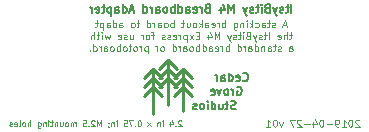
<source format=gbo>
G04 #@! TF.GenerationSoftware,KiCad,Pcbnew,(5.0.0-rc2-dev-444-g2974a2c10)*
G04 #@! TF.CreationDate,2019-04-27T15:19:08-07:00*
G04 #@! TF.ProjectId,ItsyBitsy breadboad,49747379426974737920627265616462,v01*
G04 #@! TF.SameCoordinates,Original*
G04 #@! TF.FileFunction,Legend,Bot*
G04 #@! TF.FilePolarity,Positive*
%FSLAX46Y46*%
G04 Gerber Fmt 4.6, Leading zero omitted, Abs format (unit mm)*
G04 Created by KiCad (PCBNEW (5.0.0-rc2-dev-444-g2974a2c10)) date 04/27/19 15:19:08*
%MOMM*%
%LPD*%
G01*
G04 APERTURE LIST*
%ADD10C,0.250000*%
%ADD11C,0.140000*%
%ADD12C,0.100000*%
G04 APERTURE END LIST*
D10*
X125984000Y-109067600D02*
X125222000Y-109829600D01*
X125984000Y-109829600D02*
X126746000Y-110591600D01*
X125984000Y-108305600D02*
X126746000Y-109067600D01*
X125984000Y-109067600D02*
X126746000Y-109829600D01*
X125984000Y-109829600D02*
X125222000Y-110591600D01*
X125984000Y-112115600D02*
X125984000Y-108305600D01*
X125984000Y-108305600D02*
X125222000Y-109067600D01*
X124714000Y-110591600D02*
X125476000Y-111353600D01*
X124714000Y-109829600D02*
X125476000Y-110591600D01*
X124714000Y-112877600D02*
X124714000Y-109067600D01*
X124714000Y-109067600D02*
X123952000Y-109829600D01*
X124714000Y-109829600D02*
X123952000Y-110591600D01*
X124714000Y-110591600D02*
X123952000Y-111353600D01*
X124714000Y-109067600D02*
X125476000Y-109829600D01*
X127254000Y-109067600D02*
X126492000Y-109829600D01*
X127254000Y-109829600D02*
X126492000Y-110591600D01*
X127254000Y-110591600D02*
X126492000Y-111353600D01*
X127254000Y-110591600D02*
X128016000Y-111353600D01*
X127254000Y-109829600D02*
X128016000Y-110591600D01*
X127254000Y-109067600D02*
X128016000Y-109829600D01*
X127254000Y-112623600D02*
X127254000Y-109067600D01*
D11*
X132336733Y-109981800D02*
X132370066Y-110015133D01*
X132470066Y-110048466D01*
X132536733Y-110048466D01*
X132636733Y-110015133D01*
X132703400Y-109948466D01*
X132736733Y-109881800D01*
X132770066Y-109748466D01*
X132770066Y-109648466D01*
X132736733Y-109515133D01*
X132703400Y-109448466D01*
X132636733Y-109381800D01*
X132536733Y-109348466D01*
X132470066Y-109348466D01*
X132370066Y-109381800D01*
X132336733Y-109415133D01*
X131770066Y-110015133D02*
X131836733Y-110048466D01*
X131970066Y-110048466D01*
X132036733Y-110015133D01*
X132070066Y-109948466D01*
X132070066Y-109681800D01*
X132036733Y-109615133D01*
X131970066Y-109581800D01*
X131836733Y-109581800D01*
X131770066Y-109615133D01*
X131736733Y-109681800D01*
X131736733Y-109748466D01*
X132070066Y-109815133D01*
X131136733Y-110048466D02*
X131136733Y-109348466D01*
X131136733Y-110015133D02*
X131203400Y-110048466D01*
X131336733Y-110048466D01*
X131403400Y-110015133D01*
X131436733Y-109981800D01*
X131470066Y-109915133D01*
X131470066Y-109715133D01*
X131436733Y-109648466D01*
X131403400Y-109615133D01*
X131336733Y-109581800D01*
X131203400Y-109581800D01*
X131136733Y-109615133D01*
X130503400Y-110048466D02*
X130503400Y-109681800D01*
X130536733Y-109615133D01*
X130603400Y-109581800D01*
X130736733Y-109581800D01*
X130803400Y-109615133D01*
X130503400Y-110015133D02*
X130570066Y-110048466D01*
X130736733Y-110048466D01*
X130803400Y-110015133D01*
X130836733Y-109948466D01*
X130836733Y-109881800D01*
X130803400Y-109815133D01*
X130736733Y-109781800D01*
X130570066Y-109781800D01*
X130503400Y-109748466D01*
X130170066Y-110048466D02*
X130170066Y-109581800D01*
X130170066Y-109715133D02*
X130136733Y-109648466D01*
X130103400Y-109615133D01*
X130036733Y-109581800D01*
X129970066Y-109581800D01*
X131836733Y-110571800D02*
X131903400Y-110538466D01*
X132003400Y-110538466D01*
X132103400Y-110571800D01*
X132170066Y-110638466D01*
X132203400Y-110705133D01*
X132236733Y-110838466D01*
X132236733Y-110938466D01*
X132203400Y-111071800D01*
X132170066Y-111138466D01*
X132103400Y-111205133D01*
X132003400Y-111238466D01*
X131936733Y-111238466D01*
X131836733Y-111205133D01*
X131803400Y-111171800D01*
X131803400Y-110938466D01*
X131936733Y-110938466D01*
X131503400Y-111238466D02*
X131503400Y-110771800D01*
X131503400Y-110905133D02*
X131470066Y-110838466D01*
X131436733Y-110805133D01*
X131370066Y-110771800D01*
X131303400Y-110771800D01*
X130970066Y-111238466D02*
X131036733Y-111205133D01*
X131070066Y-111171800D01*
X131103400Y-111105133D01*
X131103400Y-110905133D01*
X131070066Y-110838466D01*
X131036733Y-110805133D01*
X130970066Y-110771800D01*
X130870066Y-110771800D01*
X130803400Y-110805133D01*
X130770066Y-110838466D01*
X130736733Y-110905133D01*
X130736733Y-111105133D01*
X130770066Y-111171800D01*
X130803400Y-111205133D01*
X130870066Y-111238466D01*
X130970066Y-111238466D01*
X130503400Y-110771800D02*
X130336733Y-111238466D01*
X130170066Y-110771800D01*
X129636733Y-111205133D02*
X129703400Y-111238466D01*
X129836733Y-111238466D01*
X129903400Y-111205133D01*
X129936733Y-111138466D01*
X129936733Y-110871800D01*
X129903400Y-110805133D01*
X129836733Y-110771800D01*
X129703400Y-110771800D01*
X129636733Y-110805133D01*
X129603400Y-110871800D01*
X129603400Y-110938466D01*
X129936733Y-111005133D01*
X131703400Y-112395133D02*
X131603400Y-112428466D01*
X131436733Y-112428466D01*
X131370066Y-112395133D01*
X131336733Y-112361800D01*
X131303400Y-112295133D01*
X131303400Y-112228466D01*
X131336733Y-112161800D01*
X131370066Y-112128466D01*
X131436733Y-112095133D01*
X131570066Y-112061800D01*
X131636733Y-112028466D01*
X131670066Y-111995133D01*
X131703400Y-111928466D01*
X131703400Y-111861800D01*
X131670066Y-111795133D01*
X131636733Y-111761800D01*
X131570066Y-111728466D01*
X131403400Y-111728466D01*
X131303400Y-111761800D01*
X131103400Y-111961800D02*
X130836733Y-111961800D01*
X131003400Y-111728466D02*
X131003400Y-112328466D01*
X130970066Y-112395133D01*
X130903400Y-112428466D01*
X130836733Y-112428466D01*
X130303400Y-111961800D02*
X130303400Y-112428466D01*
X130603400Y-111961800D02*
X130603400Y-112328466D01*
X130570066Y-112395133D01*
X130503400Y-112428466D01*
X130403400Y-112428466D01*
X130336733Y-112395133D01*
X130303400Y-112361800D01*
X129670066Y-112428466D02*
X129670066Y-111728466D01*
X129670066Y-112395133D02*
X129736733Y-112428466D01*
X129870066Y-112428466D01*
X129936733Y-112395133D01*
X129970066Y-112361800D01*
X130003400Y-112295133D01*
X130003400Y-112095133D01*
X129970066Y-112028466D01*
X129936733Y-111995133D01*
X129870066Y-111961800D01*
X129736733Y-111961800D01*
X129670066Y-111995133D01*
X129336733Y-112428466D02*
X129336733Y-111961800D01*
X129336733Y-111728466D02*
X129370066Y-111761800D01*
X129336733Y-111795133D01*
X129303400Y-111761800D01*
X129336733Y-111728466D01*
X129336733Y-111795133D01*
X128903400Y-112428466D02*
X128970066Y-112395133D01*
X129003400Y-112361800D01*
X129036733Y-112295133D01*
X129036733Y-112095133D01*
X129003400Y-112028466D01*
X128970066Y-111995133D01*
X128903400Y-111961800D01*
X128803400Y-111961800D01*
X128736733Y-111995133D01*
X128703400Y-112028466D01*
X128670066Y-112095133D01*
X128670066Y-112295133D01*
X128703400Y-112361800D01*
X128736733Y-112395133D01*
X128803400Y-112428466D01*
X128903400Y-112428466D01*
X128403400Y-112395133D02*
X128336733Y-112428466D01*
X128203400Y-112428466D01*
X128136733Y-112395133D01*
X128103400Y-112328466D01*
X128103400Y-112295133D01*
X128136733Y-112228466D01*
X128203400Y-112195133D01*
X128303400Y-112195133D01*
X128370066Y-112161800D01*
X128403400Y-112095133D01*
X128403400Y-112061800D01*
X128370066Y-111995133D01*
X128303400Y-111961800D01*
X128203400Y-111961800D01*
X128136733Y-111995133D01*
X136439800Y-104278866D02*
X136439800Y-103578866D01*
X136206466Y-103812200D02*
X135939800Y-103812200D01*
X136106466Y-103578866D02*
X136106466Y-104178866D01*
X136073133Y-104245533D01*
X136006466Y-104278866D01*
X135939800Y-104278866D01*
X135739800Y-104245533D02*
X135673133Y-104278866D01*
X135539800Y-104278866D01*
X135473133Y-104245533D01*
X135439800Y-104178866D01*
X135439800Y-104145533D01*
X135473133Y-104078866D01*
X135539800Y-104045533D01*
X135639800Y-104045533D01*
X135706466Y-104012200D01*
X135739800Y-103945533D01*
X135739800Y-103912200D01*
X135706466Y-103845533D01*
X135639800Y-103812200D01*
X135539800Y-103812200D01*
X135473133Y-103845533D01*
X135206466Y-103812200D02*
X135039800Y-104278866D01*
X134873133Y-103812200D02*
X135039800Y-104278866D01*
X135106466Y-104445533D01*
X135139800Y-104478866D01*
X135206466Y-104512200D01*
X134373133Y-103912200D02*
X134273133Y-103945533D01*
X134239800Y-103978866D01*
X134206466Y-104045533D01*
X134206466Y-104145533D01*
X134239800Y-104212200D01*
X134273133Y-104245533D01*
X134339800Y-104278866D01*
X134606466Y-104278866D01*
X134606466Y-103578866D01*
X134373133Y-103578866D01*
X134306466Y-103612200D01*
X134273133Y-103645533D01*
X134239800Y-103712200D01*
X134239800Y-103778866D01*
X134273133Y-103845533D01*
X134306466Y-103878866D01*
X134373133Y-103912200D01*
X134606466Y-103912200D01*
X133906466Y-104278866D02*
X133906466Y-103812200D01*
X133906466Y-103578866D02*
X133939800Y-103612200D01*
X133906466Y-103645533D01*
X133873133Y-103612200D01*
X133906466Y-103578866D01*
X133906466Y-103645533D01*
X133673133Y-103812200D02*
X133406466Y-103812200D01*
X133573133Y-103578866D02*
X133573133Y-104178866D01*
X133539800Y-104245533D01*
X133473133Y-104278866D01*
X133406466Y-104278866D01*
X133206466Y-104245533D02*
X133139800Y-104278866D01*
X133006466Y-104278866D01*
X132939800Y-104245533D01*
X132906466Y-104178866D01*
X132906466Y-104145533D01*
X132939800Y-104078866D01*
X133006466Y-104045533D01*
X133106466Y-104045533D01*
X133173133Y-104012200D01*
X133206466Y-103945533D01*
X133206466Y-103912200D01*
X133173133Y-103845533D01*
X133106466Y-103812200D01*
X133006466Y-103812200D01*
X132939800Y-103845533D01*
X132673133Y-103812200D02*
X132506466Y-104278866D01*
X132339800Y-103812200D02*
X132506466Y-104278866D01*
X132573133Y-104445533D01*
X132606466Y-104478866D01*
X132673133Y-104512200D01*
X131539800Y-104278866D02*
X131539800Y-103578866D01*
X131306466Y-104078866D01*
X131073133Y-103578866D01*
X131073133Y-104278866D01*
X130439800Y-103812200D02*
X130439800Y-104278866D01*
X130606466Y-103545533D02*
X130773133Y-104045533D01*
X130339800Y-104045533D01*
X129306466Y-103912200D02*
X129206466Y-103945533D01*
X129173133Y-103978866D01*
X129139800Y-104045533D01*
X129139800Y-104145533D01*
X129173133Y-104212200D01*
X129206466Y-104245533D01*
X129273133Y-104278866D01*
X129539800Y-104278866D01*
X129539800Y-103578866D01*
X129306466Y-103578866D01*
X129239800Y-103612200D01*
X129206466Y-103645533D01*
X129173133Y-103712200D01*
X129173133Y-103778866D01*
X129206466Y-103845533D01*
X129239800Y-103878866D01*
X129306466Y-103912200D01*
X129539800Y-103912200D01*
X128839800Y-104278866D02*
X128839800Y-103812200D01*
X128839800Y-103945533D02*
X128806466Y-103878866D01*
X128773133Y-103845533D01*
X128706466Y-103812200D01*
X128639800Y-103812200D01*
X128139800Y-104245533D02*
X128206466Y-104278866D01*
X128339800Y-104278866D01*
X128406466Y-104245533D01*
X128439800Y-104178866D01*
X128439800Y-103912200D01*
X128406466Y-103845533D01*
X128339800Y-103812200D01*
X128206466Y-103812200D01*
X128139800Y-103845533D01*
X128106466Y-103912200D01*
X128106466Y-103978866D01*
X128439800Y-104045533D01*
X127506466Y-104278866D02*
X127506466Y-103912200D01*
X127539800Y-103845533D01*
X127606466Y-103812200D01*
X127739800Y-103812200D01*
X127806466Y-103845533D01*
X127506466Y-104245533D02*
X127573133Y-104278866D01*
X127739800Y-104278866D01*
X127806466Y-104245533D01*
X127839800Y-104178866D01*
X127839800Y-104112200D01*
X127806466Y-104045533D01*
X127739800Y-104012200D01*
X127573133Y-104012200D01*
X127506466Y-103978866D01*
X126873133Y-104278866D02*
X126873133Y-103578866D01*
X126873133Y-104245533D02*
X126939800Y-104278866D01*
X127073133Y-104278866D01*
X127139800Y-104245533D01*
X127173133Y-104212200D01*
X127206466Y-104145533D01*
X127206466Y-103945533D01*
X127173133Y-103878866D01*
X127139800Y-103845533D01*
X127073133Y-103812200D01*
X126939800Y-103812200D01*
X126873133Y-103845533D01*
X126539800Y-104278866D02*
X126539800Y-103578866D01*
X126539800Y-103845533D02*
X126473133Y-103812200D01*
X126339800Y-103812200D01*
X126273133Y-103845533D01*
X126239800Y-103878866D01*
X126206466Y-103945533D01*
X126206466Y-104145533D01*
X126239800Y-104212200D01*
X126273133Y-104245533D01*
X126339800Y-104278866D01*
X126473133Y-104278866D01*
X126539800Y-104245533D01*
X125806466Y-104278866D02*
X125873133Y-104245533D01*
X125906466Y-104212200D01*
X125939800Y-104145533D01*
X125939800Y-103945533D01*
X125906466Y-103878866D01*
X125873133Y-103845533D01*
X125806466Y-103812200D01*
X125706466Y-103812200D01*
X125639800Y-103845533D01*
X125606466Y-103878866D01*
X125573133Y-103945533D01*
X125573133Y-104145533D01*
X125606466Y-104212200D01*
X125639800Y-104245533D01*
X125706466Y-104278866D01*
X125806466Y-104278866D01*
X124973133Y-104278866D02*
X124973133Y-103912200D01*
X125006466Y-103845533D01*
X125073133Y-103812200D01*
X125206466Y-103812200D01*
X125273133Y-103845533D01*
X124973133Y-104245533D02*
X125039800Y-104278866D01*
X125206466Y-104278866D01*
X125273133Y-104245533D01*
X125306466Y-104178866D01*
X125306466Y-104112200D01*
X125273133Y-104045533D01*
X125206466Y-104012200D01*
X125039800Y-104012200D01*
X124973133Y-103978866D01*
X124639800Y-104278866D02*
X124639800Y-103812200D01*
X124639800Y-103945533D02*
X124606466Y-103878866D01*
X124573133Y-103845533D01*
X124506466Y-103812200D01*
X124439800Y-103812200D01*
X123906466Y-104278866D02*
X123906466Y-103578866D01*
X123906466Y-104245533D02*
X123973133Y-104278866D01*
X124106466Y-104278866D01*
X124173133Y-104245533D01*
X124206466Y-104212200D01*
X124239800Y-104145533D01*
X124239800Y-103945533D01*
X124206466Y-103878866D01*
X124173133Y-103845533D01*
X124106466Y-103812200D01*
X123973133Y-103812200D01*
X123906466Y-103845533D01*
X123073133Y-104078866D02*
X122739800Y-104078866D01*
X123139800Y-104278866D02*
X122906466Y-103578866D01*
X122673133Y-104278866D01*
X122139800Y-104278866D02*
X122139800Y-103578866D01*
X122139800Y-104245533D02*
X122206466Y-104278866D01*
X122339800Y-104278866D01*
X122406466Y-104245533D01*
X122439800Y-104212200D01*
X122473133Y-104145533D01*
X122473133Y-103945533D01*
X122439800Y-103878866D01*
X122406466Y-103845533D01*
X122339800Y-103812200D01*
X122206466Y-103812200D01*
X122139800Y-103845533D01*
X121506466Y-104278866D02*
X121506466Y-103912200D01*
X121539800Y-103845533D01*
X121606466Y-103812200D01*
X121739800Y-103812200D01*
X121806466Y-103845533D01*
X121506466Y-104245533D02*
X121573133Y-104278866D01*
X121739800Y-104278866D01*
X121806466Y-104245533D01*
X121839800Y-104178866D01*
X121839800Y-104112200D01*
X121806466Y-104045533D01*
X121739800Y-104012200D01*
X121573133Y-104012200D01*
X121506466Y-103978866D01*
X121173133Y-103812200D02*
X121173133Y-104512200D01*
X121173133Y-103845533D02*
X121106466Y-103812200D01*
X120973133Y-103812200D01*
X120906466Y-103845533D01*
X120873133Y-103878866D01*
X120839800Y-103945533D01*
X120839800Y-104145533D01*
X120873133Y-104212200D01*
X120906466Y-104245533D01*
X120973133Y-104278866D01*
X121106466Y-104278866D01*
X121173133Y-104245533D01*
X120639800Y-103812200D02*
X120373133Y-103812200D01*
X120539800Y-103578866D02*
X120539800Y-104178866D01*
X120506466Y-104245533D01*
X120439800Y-104278866D01*
X120373133Y-104278866D01*
X119873133Y-104245533D02*
X119939800Y-104278866D01*
X120073133Y-104278866D01*
X120139800Y-104245533D01*
X120173133Y-104178866D01*
X120173133Y-103912200D01*
X120139800Y-103845533D01*
X120073133Y-103812200D01*
X119939800Y-103812200D01*
X119873133Y-103845533D01*
X119839800Y-103912200D01*
X119839800Y-103978866D01*
X120173133Y-104045533D01*
X119539800Y-104278866D02*
X119539800Y-103812200D01*
X119539800Y-103945533D02*
X119506466Y-103878866D01*
X119473133Y-103845533D01*
X119406466Y-103812200D01*
X119339800Y-103812200D01*
D12*
X136011228Y-105348200D02*
X135725514Y-105348200D01*
X136068371Y-105519628D02*
X135868371Y-104919628D01*
X135668371Y-105519628D01*
X135039800Y-105491057D02*
X134982657Y-105519628D01*
X134868371Y-105519628D01*
X134811228Y-105491057D01*
X134782657Y-105433914D01*
X134782657Y-105405342D01*
X134811228Y-105348200D01*
X134868371Y-105319628D01*
X134954085Y-105319628D01*
X135011228Y-105291057D01*
X135039800Y-105233914D01*
X135039800Y-105205342D01*
X135011228Y-105148200D01*
X134954085Y-105119628D01*
X134868371Y-105119628D01*
X134811228Y-105148200D01*
X134611228Y-105119628D02*
X134382657Y-105119628D01*
X134525514Y-104919628D02*
X134525514Y-105433914D01*
X134496942Y-105491057D01*
X134439800Y-105519628D01*
X134382657Y-105519628D01*
X133925514Y-105519628D02*
X133925514Y-105205342D01*
X133954085Y-105148200D01*
X134011228Y-105119628D01*
X134125514Y-105119628D01*
X134182657Y-105148200D01*
X133925514Y-105491057D02*
X133982657Y-105519628D01*
X134125514Y-105519628D01*
X134182657Y-105491057D01*
X134211228Y-105433914D01*
X134211228Y-105376771D01*
X134182657Y-105319628D01*
X134125514Y-105291057D01*
X133982657Y-105291057D01*
X133925514Y-105262485D01*
X133382657Y-105491057D02*
X133439800Y-105519628D01*
X133554085Y-105519628D01*
X133611228Y-105491057D01*
X133639800Y-105462485D01*
X133668371Y-105405342D01*
X133668371Y-105233914D01*
X133639800Y-105176771D01*
X133611228Y-105148200D01*
X133554085Y-105119628D01*
X133439800Y-105119628D01*
X133382657Y-105148200D01*
X133125514Y-105519628D02*
X133125514Y-104919628D01*
X133068371Y-105291057D02*
X132896942Y-105519628D01*
X132896942Y-105119628D02*
X133125514Y-105348200D01*
X132639800Y-105519628D02*
X132639800Y-105119628D01*
X132639800Y-104919628D02*
X132668371Y-104948200D01*
X132639800Y-104976771D01*
X132611228Y-104948200D01*
X132639800Y-104919628D01*
X132639800Y-104976771D01*
X132354085Y-105119628D02*
X132354085Y-105519628D01*
X132354085Y-105176771D02*
X132325514Y-105148200D01*
X132268371Y-105119628D01*
X132182657Y-105119628D01*
X132125514Y-105148200D01*
X132096942Y-105205342D01*
X132096942Y-105519628D01*
X131554085Y-105119628D02*
X131554085Y-105605342D01*
X131582657Y-105662485D01*
X131611228Y-105691057D01*
X131668371Y-105719628D01*
X131754085Y-105719628D01*
X131811228Y-105691057D01*
X131554085Y-105491057D02*
X131611228Y-105519628D01*
X131725514Y-105519628D01*
X131782657Y-105491057D01*
X131811228Y-105462485D01*
X131839800Y-105405342D01*
X131839800Y-105233914D01*
X131811228Y-105176771D01*
X131782657Y-105148200D01*
X131725514Y-105119628D01*
X131611228Y-105119628D01*
X131554085Y-105148200D01*
X130811228Y-105519628D02*
X130811228Y-104919628D01*
X130811228Y-105148200D02*
X130754085Y-105119628D01*
X130639800Y-105119628D01*
X130582657Y-105148200D01*
X130554085Y-105176771D01*
X130525514Y-105233914D01*
X130525514Y-105405342D01*
X130554085Y-105462485D01*
X130582657Y-105491057D01*
X130639800Y-105519628D01*
X130754085Y-105519628D01*
X130811228Y-105491057D01*
X130268371Y-105519628D02*
X130268371Y-105119628D01*
X130268371Y-105233914D02*
X130239800Y-105176771D01*
X130211228Y-105148200D01*
X130154085Y-105119628D01*
X130096942Y-105119628D01*
X129668371Y-105491057D02*
X129725514Y-105519628D01*
X129839800Y-105519628D01*
X129896942Y-105491057D01*
X129925514Y-105433914D01*
X129925514Y-105205342D01*
X129896942Y-105148200D01*
X129839800Y-105119628D01*
X129725514Y-105119628D01*
X129668371Y-105148200D01*
X129639800Y-105205342D01*
X129639800Y-105262485D01*
X129925514Y-105319628D01*
X129125514Y-105519628D02*
X129125514Y-105205342D01*
X129154085Y-105148200D01*
X129211228Y-105119628D01*
X129325514Y-105119628D01*
X129382657Y-105148200D01*
X129125514Y-105491057D02*
X129182657Y-105519628D01*
X129325514Y-105519628D01*
X129382657Y-105491057D01*
X129411228Y-105433914D01*
X129411228Y-105376771D01*
X129382657Y-105319628D01*
X129325514Y-105291057D01*
X129182657Y-105291057D01*
X129125514Y-105262485D01*
X128839800Y-105519628D02*
X128839800Y-104919628D01*
X128782657Y-105291057D02*
X128611228Y-105519628D01*
X128611228Y-105119628D02*
X128839800Y-105348200D01*
X128268371Y-105519628D02*
X128325514Y-105491057D01*
X128354085Y-105462485D01*
X128382657Y-105405342D01*
X128382657Y-105233914D01*
X128354085Y-105176771D01*
X128325514Y-105148200D01*
X128268371Y-105119628D01*
X128182657Y-105119628D01*
X128125514Y-105148200D01*
X128096942Y-105176771D01*
X128068371Y-105233914D01*
X128068371Y-105405342D01*
X128096942Y-105462485D01*
X128125514Y-105491057D01*
X128182657Y-105519628D01*
X128268371Y-105519628D01*
X127554085Y-105119628D02*
X127554085Y-105519628D01*
X127811228Y-105119628D02*
X127811228Y-105433914D01*
X127782657Y-105491057D01*
X127725514Y-105519628D01*
X127639800Y-105519628D01*
X127582657Y-105491057D01*
X127554085Y-105462485D01*
X127354085Y-105119628D02*
X127125514Y-105119628D01*
X127268371Y-104919628D02*
X127268371Y-105433914D01*
X127239800Y-105491057D01*
X127182657Y-105519628D01*
X127125514Y-105519628D01*
X126468371Y-105519628D02*
X126468371Y-104919628D01*
X126468371Y-105148200D02*
X126411228Y-105119628D01*
X126296942Y-105119628D01*
X126239800Y-105148200D01*
X126211228Y-105176771D01*
X126182657Y-105233914D01*
X126182657Y-105405342D01*
X126211228Y-105462485D01*
X126239800Y-105491057D01*
X126296942Y-105519628D01*
X126411228Y-105519628D01*
X126468371Y-105491057D01*
X125839800Y-105519628D02*
X125896942Y-105491057D01*
X125925514Y-105462485D01*
X125954085Y-105405342D01*
X125954085Y-105233914D01*
X125925514Y-105176771D01*
X125896942Y-105148200D01*
X125839800Y-105119628D01*
X125754085Y-105119628D01*
X125696942Y-105148200D01*
X125668371Y-105176771D01*
X125639800Y-105233914D01*
X125639800Y-105405342D01*
X125668371Y-105462485D01*
X125696942Y-105491057D01*
X125754085Y-105519628D01*
X125839800Y-105519628D01*
X125125514Y-105519628D02*
X125125514Y-105205342D01*
X125154085Y-105148200D01*
X125211228Y-105119628D01*
X125325514Y-105119628D01*
X125382657Y-105148200D01*
X125125514Y-105491057D02*
X125182657Y-105519628D01*
X125325514Y-105519628D01*
X125382657Y-105491057D01*
X125411228Y-105433914D01*
X125411228Y-105376771D01*
X125382657Y-105319628D01*
X125325514Y-105291057D01*
X125182657Y-105291057D01*
X125125514Y-105262485D01*
X124839800Y-105519628D02*
X124839800Y-105119628D01*
X124839800Y-105233914D02*
X124811228Y-105176771D01*
X124782657Y-105148200D01*
X124725514Y-105119628D01*
X124668371Y-105119628D01*
X124211228Y-105519628D02*
X124211228Y-104919628D01*
X124211228Y-105491057D02*
X124268371Y-105519628D01*
X124382657Y-105519628D01*
X124439800Y-105491057D01*
X124468371Y-105462485D01*
X124496942Y-105405342D01*
X124496942Y-105233914D01*
X124468371Y-105176771D01*
X124439800Y-105148200D01*
X124382657Y-105119628D01*
X124268371Y-105119628D01*
X124211228Y-105148200D01*
X123554085Y-105119628D02*
X123325514Y-105119628D01*
X123468371Y-104919628D02*
X123468371Y-105433914D01*
X123439800Y-105491057D01*
X123382657Y-105519628D01*
X123325514Y-105519628D01*
X123039800Y-105519628D02*
X123096942Y-105491057D01*
X123125514Y-105462485D01*
X123154085Y-105405342D01*
X123154085Y-105233914D01*
X123125514Y-105176771D01*
X123096942Y-105148200D01*
X123039800Y-105119628D01*
X122954085Y-105119628D01*
X122896942Y-105148200D01*
X122868371Y-105176771D01*
X122839800Y-105233914D01*
X122839800Y-105405342D01*
X122868371Y-105462485D01*
X122896942Y-105491057D01*
X122954085Y-105519628D01*
X123039800Y-105519628D01*
X121868371Y-105519628D02*
X121868371Y-105205342D01*
X121896942Y-105148200D01*
X121954085Y-105119628D01*
X122068371Y-105119628D01*
X122125514Y-105148200D01*
X121868371Y-105491057D02*
X121925514Y-105519628D01*
X122068371Y-105519628D01*
X122125514Y-105491057D01*
X122154085Y-105433914D01*
X122154085Y-105376771D01*
X122125514Y-105319628D01*
X122068371Y-105291057D01*
X121925514Y-105291057D01*
X121868371Y-105262485D01*
X121325514Y-105519628D02*
X121325514Y-104919628D01*
X121325514Y-105491057D02*
X121382657Y-105519628D01*
X121496942Y-105519628D01*
X121554085Y-105491057D01*
X121582657Y-105462485D01*
X121611228Y-105405342D01*
X121611228Y-105233914D01*
X121582657Y-105176771D01*
X121554085Y-105148200D01*
X121496942Y-105119628D01*
X121382657Y-105119628D01*
X121325514Y-105148200D01*
X120782657Y-105519628D02*
X120782657Y-105205342D01*
X120811228Y-105148200D01*
X120868371Y-105119628D01*
X120982657Y-105119628D01*
X121039800Y-105148200D01*
X120782657Y-105491057D02*
X120839800Y-105519628D01*
X120982657Y-105519628D01*
X121039800Y-105491057D01*
X121068371Y-105433914D01*
X121068371Y-105376771D01*
X121039800Y-105319628D01*
X120982657Y-105291057D01*
X120839800Y-105291057D01*
X120782657Y-105262485D01*
X120496942Y-105119628D02*
X120496942Y-105719628D01*
X120496942Y-105148200D02*
X120439800Y-105119628D01*
X120325514Y-105119628D01*
X120268371Y-105148200D01*
X120239800Y-105176771D01*
X120211228Y-105233914D01*
X120211228Y-105405342D01*
X120239800Y-105462485D01*
X120268371Y-105491057D01*
X120325514Y-105519628D01*
X120439800Y-105519628D01*
X120496942Y-105491057D01*
X120039800Y-105119628D02*
X119811228Y-105119628D01*
X119954085Y-104919628D02*
X119954085Y-105433914D01*
X119925514Y-105491057D01*
X119868371Y-105519628D01*
X119811228Y-105519628D01*
X136468371Y-106119628D02*
X136239800Y-106119628D01*
X136382657Y-105919628D02*
X136382657Y-106433914D01*
X136354085Y-106491057D01*
X136296942Y-106519628D01*
X136239800Y-106519628D01*
X136039800Y-106519628D02*
X136039800Y-105919628D01*
X135782657Y-106519628D02*
X135782657Y-106205342D01*
X135811228Y-106148200D01*
X135868371Y-106119628D01*
X135954085Y-106119628D01*
X136011228Y-106148200D01*
X136039800Y-106176771D01*
X135268371Y-106491057D02*
X135325514Y-106519628D01*
X135439800Y-106519628D01*
X135496942Y-106491057D01*
X135525514Y-106433914D01*
X135525514Y-106205342D01*
X135496942Y-106148200D01*
X135439800Y-106119628D01*
X135325514Y-106119628D01*
X135268371Y-106148200D01*
X135239800Y-106205342D01*
X135239800Y-106262485D01*
X135525514Y-106319628D01*
X134525514Y-106519628D02*
X134525514Y-105919628D01*
X134325514Y-106119628D02*
X134096942Y-106119628D01*
X134239800Y-105919628D02*
X134239800Y-106433914D01*
X134211228Y-106491057D01*
X134154085Y-106519628D01*
X134096942Y-106519628D01*
X133925514Y-106491057D02*
X133868371Y-106519628D01*
X133754085Y-106519628D01*
X133696942Y-106491057D01*
X133668371Y-106433914D01*
X133668371Y-106405342D01*
X133696942Y-106348200D01*
X133754085Y-106319628D01*
X133839800Y-106319628D01*
X133896942Y-106291057D01*
X133925514Y-106233914D01*
X133925514Y-106205342D01*
X133896942Y-106148200D01*
X133839800Y-106119628D01*
X133754085Y-106119628D01*
X133696942Y-106148200D01*
X133468371Y-106119628D02*
X133325514Y-106519628D01*
X133182657Y-106119628D02*
X133325514Y-106519628D01*
X133382657Y-106662485D01*
X133411228Y-106691057D01*
X133468371Y-106719628D01*
X132754085Y-106205342D02*
X132668371Y-106233914D01*
X132639800Y-106262485D01*
X132611228Y-106319628D01*
X132611228Y-106405342D01*
X132639800Y-106462485D01*
X132668371Y-106491057D01*
X132725514Y-106519628D01*
X132954085Y-106519628D01*
X132954085Y-105919628D01*
X132754085Y-105919628D01*
X132696942Y-105948200D01*
X132668371Y-105976771D01*
X132639800Y-106033914D01*
X132639800Y-106091057D01*
X132668371Y-106148200D01*
X132696942Y-106176771D01*
X132754085Y-106205342D01*
X132954085Y-106205342D01*
X132354085Y-106519628D02*
X132354085Y-106119628D01*
X132354085Y-105919628D02*
X132382657Y-105948200D01*
X132354085Y-105976771D01*
X132325514Y-105948200D01*
X132354085Y-105919628D01*
X132354085Y-105976771D01*
X132154085Y-106119628D02*
X131925514Y-106119628D01*
X132068371Y-105919628D02*
X132068371Y-106433914D01*
X132039800Y-106491057D01*
X131982657Y-106519628D01*
X131925514Y-106519628D01*
X131754085Y-106491057D02*
X131696942Y-106519628D01*
X131582657Y-106519628D01*
X131525514Y-106491057D01*
X131496942Y-106433914D01*
X131496942Y-106405342D01*
X131525514Y-106348200D01*
X131582657Y-106319628D01*
X131668371Y-106319628D01*
X131725514Y-106291057D01*
X131754085Y-106233914D01*
X131754085Y-106205342D01*
X131725514Y-106148200D01*
X131668371Y-106119628D01*
X131582657Y-106119628D01*
X131525514Y-106148200D01*
X131296942Y-106119628D02*
X131154085Y-106519628D01*
X131011228Y-106119628D02*
X131154085Y-106519628D01*
X131211228Y-106662485D01*
X131239800Y-106691057D01*
X131296942Y-106719628D01*
X130325514Y-106519628D02*
X130325514Y-105919628D01*
X130125514Y-106348200D01*
X129925514Y-105919628D01*
X129925514Y-106519628D01*
X129382657Y-106119628D02*
X129382657Y-106519628D01*
X129525514Y-105891057D02*
X129668371Y-106319628D01*
X129296942Y-106319628D01*
X128611228Y-106205342D02*
X128411228Y-106205342D01*
X128325514Y-106519628D02*
X128611228Y-106519628D01*
X128611228Y-105919628D01*
X128325514Y-105919628D01*
X128125514Y-106519628D02*
X127811228Y-106119628D01*
X128125514Y-106119628D02*
X127811228Y-106519628D01*
X127582657Y-106119628D02*
X127582657Y-106719628D01*
X127582657Y-106148200D02*
X127525514Y-106119628D01*
X127411228Y-106119628D01*
X127354085Y-106148200D01*
X127325514Y-106176771D01*
X127296942Y-106233914D01*
X127296942Y-106405342D01*
X127325514Y-106462485D01*
X127354085Y-106491057D01*
X127411228Y-106519628D01*
X127525514Y-106519628D01*
X127582657Y-106491057D01*
X127039800Y-106519628D02*
X127039800Y-106119628D01*
X127039800Y-106233914D02*
X127011228Y-106176771D01*
X126982657Y-106148200D01*
X126925514Y-106119628D01*
X126868371Y-106119628D01*
X126439800Y-106491057D02*
X126496942Y-106519628D01*
X126611228Y-106519628D01*
X126668371Y-106491057D01*
X126696942Y-106433914D01*
X126696942Y-106205342D01*
X126668371Y-106148200D01*
X126611228Y-106119628D01*
X126496942Y-106119628D01*
X126439800Y-106148200D01*
X126411228Y-106205342D01*
X126411228Y-106262485D01*
X126696942Y-106319628D01*
X126182657Y-106491057D02*
X126125514Y-106519628D01*
X126011228Y-106519628D01*
X125954085Y-106491057D01*
X125925514Y-106433914D01*
X125925514Y-106405342D01*
X125954085Y-106348200D01*
X126011228Y-106319628D01*
X126096942Y-106319628D01*
X126154085Y-106291057D01*
X126182657Y-106233914D01*
X126182657Y-106205342D01*
X126154085Y-106148200D01*
X126096942Y-106119628D01*
X126011228Y-106119628D01*
X125954085Y-106148200D01*
X125696942Y-106491057D02*
X125639800Y-106519628D01*
X125525514Y-106519628D01*
X125468371Y-106491057D01*
X125439800Y-106433914D01*
X125439800Y-106405342D01*
X125468371Y-106348200D01*
X125525514Y-106319628D01*
X125611228Y-106319628D01*
X125668371Y-106291057D01*
X125696942Y-106233914D01*
X125696942Y-106205342D01*
X125668371Y-106148200D01*
X125611228Y-106119628D01*
X125525514Y-106119628D01*
X125468371Y-106148200D01*
X124811228Y-106119628D02*
X124582657Y-106119628D01*
X124725514Y-106519628D02*
X124725514Y-106005342D01*
X124696942Y-105948200D01*
X124639800Y-105919628D01*
X124582657Y-105919628D01*
X124296942Y-106519628D02*
X124354085Y-106491057D01*
X124382657Y-106462485D01*
X124411228Y-106405342D01*
X124411228Y-106233914D01*
X124382657Y-106176771D01*
X124354085Y-106148200D01*
X124296942Y-106119628D01*
X124211228Y-106119628D01*
X124154085Y-106148200D01*
X124125514Y-106176771D01*
X124096942Y-106233914D01*
X124096942Y-106405342D01*
X124125514Y-106462485D01*
X124154085Y-106491057D01*
X124211228Y-106519628D01*
X124296942Y-106519628D01*
X123839800Y-106519628D02*
X123839800Y-106119628D01*
X123839800Y-106233914D02*
X123811228Y-106176771D01*
X123782657Y-106148200D01*
X123725514Y-106119628D01*
X123668371Y-106119628D01*
X122754085Y-106119628D02*
X122754085Y-106519628D01*
X123011228Y-106119628D02*
X123011228Y-106433914D01*
X122982657Y-106491057D01*
X122925514Y-106519628D01*
X122839800Y-106519628D01*
X122782657Y-106491057D01*
X122754085Y-106462485D01*
X122496942Y-106491057D02*
X122439800Y-106519628D01*
X122325514Y-106519628D01*
X122268371Y-106491057D01*
X122239800Y-106433914D01*
X122239800Y-106405342D01*
X122268371Y-106348200D01*
X122325514Y-106319628D01*
X122411228Y-106319628D01*
X122468371Y-106291057D01*
X122496942Y-106233914D01*
X122496942Y-106205342D01*
X122468371Y-106148200D01*
X122411228Y-106119628D01*
X122325514Y-106119628D01*
X122268371Y-106148200D01*
X121754085Y-106491057D02*
X121811228Y-106519628D01*
X121925514Y-106519628D01*
X121982657Y-106491057D01*
X122011228Y-106433914D01*
X122011228Y-106205342D01*
X121982657Y-106148200D01*
X121925514Y-106119628D01*
X121811228Y-106119628D01*
X121754085Y-106148200D01*
X121725514Y-106205342D01*
X121725514Y-106262485D01*
X122011228Y-106319628D01*
X121068371Y-106119628D02*
X120954085Y-106519628D01*
X120839800Y-106233914D01*
X120725514Y-106519628D01*
X120611228Y-106119628D01*
X120382657Y-106519628D02*
X120382657Y-106119628D01*
X120382657Y-105919628D02*
X120411228Y-105948200D01*
X120382657Y-105976771D01*
X120354085Y-105948200D01*
X120382657Y-105919628D01*
X120382657Y-105976771D01*
X120182657Y-106119628D02*
X119954085Y-106119628D01*
X120096942Y-105919628D02*
X120096942Y-106433914D01*
X120068371Y-106491057D01*
X120011228Y-106519628D01*
X119954085Y-106519628D01*
X119754085Y-106519628D02*
X119754085Y-105919628D01*
X119496942Y-106519628D02*
X119496942Y-106205342D01*
X119525514Y-106148200D01*
X119582657Y-106119628D01*
X119668371Y-106119628D01*
X119725514Y-106148200D01*
X119754085Y-106176771D01*
X136254085Y-107519628D02*
X136254085Y-107205342D01*
X136282657Y-107148200D01*
X136339800Y-107119628D01*
X136454085Y-107119628D01*
X136511228Y-107148200D01*
X136254085Y-107491057D02*
X136311228Y-107519628D01*
X136454085Y-107519628D01*
X136511228Y-107491057D01*
X136539800Y-107433914D01*
X136539800Y-107376771D01*
X136511228Y-107319628D01*
X136454085Y-107291057D01*
X136311228Y-107291057D01*
X136254085Y-107262485D01*
X135539800Y-107491057D02*
X135482657Y-107519628D01*
X135368371Y-107519628D01*
X135311228Y-107491057D01*
X135282657Y-107433914D01*
X135282657Y-107405342D01*
X135311228Y-107348200D01*
X135368371Y-107319628D01*
X135454085Y-107319628D01*
X135511228Y-107291057D01*
X135539800Y-107233914D01*
X135539800Y-107205342D01*
X135511228Y-107148200D01*
X135454085Y-107119628D01*
X135368371Y-107119628D01*
X135311228Y-107148200D01*
X135111228Y-107119628D02*
X134882657Y-107119628D01*
X135025514Y-106919628D02*
X135025514Y-107433914D01*
X134996942Y-107491057D01*
X134939800Y-107519628D01*
X134882657Y-107519628D01*
X134425514Y-107519628D02*
X134425514Y-107205342D01*
X134454085Y-107148200D01*
X134511228Y-107119628D01*
X134625514Y-107119628D01*
X134682657Y-107148200D01*
X134425514Y-107491057D02*
X134482657Y-107519628D01*
X134625514Y-107519628D01*
X134682657Y-107491057D01*
X134711228Y-107433914D01*
X134711228Y-107376771D01*
X134682657Y-107319628D01*
X134625514Y-107291057D01*
X134482657Y-107291057D01*
X134425514Y-107262485D01*
X134139800Y-107119628D02*
X134139800Y-107519628D01*
X134139800Y-107176771D02*
X134111228Y-107148200D01*
X134054085Y-107119628D01*
X133968371Y-107119628D01*
X133911228Y-107148200D01*
X133882657Y-107205342D01*
X133882657Y-107519628D01*
X133339800Y-107519628D02*
X133339800Y-106919628D01*
X133339800Y-107491057D02*
X133396942Y-107519628D01*
X133511228Y-107519628D01*
X133568371Y-107491057D01*
X133596942Y-107462485D01*
X133625514Y-107405342D01*
X133625514Y-107233914D01*
X133596942Y-107176771D01*
X133568371Y-107148200D01*
X133511228Y-107119628D01*
X133396942Y-107119628D01*
X133339800Y-107148200D01*
X132796942Y-107519628D02*
X132796942Y-107205342D01*
X132825514Y-107148200D01*
X132882657Y-107119628D01*
X132996942Y-107119628D01*
X133054085Y-107148200D01*
X132796942Y-107491057D02*
X132854085Y-107519628D01*
X132996942Y-107519628D01*
X133054085Y-107491057D01*
X133082657Y-107433914D01*
X133082657Y-107376771D01*
X133054085Y-107319628D01*
X132996942Y-107291057D01*
X132854085Y-107291057D01*
X132796942Y-107262485D01*
X132511228Y-107519628D02*
X132511228Y-107119628D01*
X132511228Y-107233914D02*
X132482657Y-107176771D01*
X132454085Y-107148200D01*
X132396942Y-107119628D01*
X132339800Y-107119628D01*
X131882657Y-107519628D02*
X131882657Y-106919628D01*
X131882657Y-107491057D02*
X131939800Y-107519628D01*
X132054085Y-107519628D01*
X132111228Y-107491057D01*
X132139800Y-107462485D01*
X132168371Y-107405342D01*
X132168371Y-107233914D01*
X132139800Y-107176771D01*
X132111228Y-107148200D01*
X132054085Y-107119628D01*
X131939800Y-107119628D01*
X131882657Y-107148200D01*
X131139800Y-107519628D02*
X131139800Y-106919628D01*
X131139800Y-107148200D02*
X131082657Y-107119628D01*
X130968371Y-107119628D01*
X130911228Y-107148200D01*
X130882657Y-107176771D01*
X130854085Y-107233914D01*
X130854085Y-107405342D01*
X130882657Y-107462485D01*
X130911228Y-107491057D01*
X130968371Y-107519628D01*
X131082657Y-107519628D01*
X131139800Y-107491057D01*
X130596942Y-107519628D02*
X130596942Y-107119628D01*
X130596942Y-107233914D02*
X130568371Y-107176771D01*
X130539800Y-107148200D01*
X130482657Y-107119628D01*
X130425514Y-107119628D01*
X129996942Y-107491057D02*
X130054085Y-107519628D01*
X130168371Y-107519628D01*
X130225514Y-107491057D01*
X130254085Y-107433914D01*
X130254085Y-107205342D01*
X130225514Y-107148200D01*
X130168371Y-107119628D01*
X130054085Y-107119628D01*
X129996942Y-107148200D01*
X129968371Y-107205342D01*
X129968371Y-107262485D01*
X130254085Y-107319628D01*
X129454085Y-107519628D02*
X129454085Y-107205342D01*
X129482657Y-107148200D01*
X129539800Y-107119628D01*
X129654085Y-107119628D01*
X129711228Y-107148200D01*
X129454085Y-107491057D02*
X129511228Y-107519628D01*
X129654085Y-107519628D01*
X129711228Y-107491057D01*
X129739800Y-107433914D01*
X129739800Y-107376771D01*
X129711228Y-107319628D01*
X129654085Y-107291057D01*
X129511228Y-107291057D01*
X129454085Y-107262485D01*
X128911228Y-107519628D02*
X128911228Y-106919628D01*
X128911228Y-107491057D02*
X128968371Y-107519628D01*
X129082657Y-107519628D01*
X129139800Y-107491057D01*
X129168371Y-107462485D01*
X129196942Y-107405342D01*
X129196942Y-107233914D01*
X129168371Y-107176771D01*
X129139800Y-107148200D01*
X129082657Y-107119628D01*
X128968371Y-107119628D01*
X128911228Y-107148200D01*
X128625514Y-107519628D02*
X128625514Y-106919628D01*
X128625514Y-107148200D02*
X128568371Y-107119628D01*
X128454085Y-107119628D01*
X128396942Y-107148200D01*
X128368371Y-107176771D01*
X128339800Y-107233914D01*
X128339800Y-107405342D01*
X128368371Y-107462485D01*
X128396942Y-107491057D01*
X128454085Y-107519628D01*
X128568371Y-107519628D01*
X128625514Y-107491057D01*
X127996942Y-107519628D02*
X128054085Y-107491057D01*
X128082657Y-107462485D01*
X128111228Y-107405342D01*
X128111228Y-107233914D01*
X128082657Y-107176771D01*
X128054085Y-107148200D01*
X127996942Y-107119628D01*
X127911228Y-107119628D01*
X127854085Y-107148200D01*
X127825514Y-107176771D01*
X127796942Y-107233914D01*
X127796942Y-107405342D01*
X127825514Y-107462485D01*
X127854085Y-107491057D01*
X127911228Y-107519628D01*
X127996942Y-107519628D01*
X127282657Y-107519628D02*
X127282657Y-107205342D01*
X127311228Y-107148200D01*
X127368371Y-107119628D01*
X127482657Y-107119628D01*
X127539800Y-107148200D01*
X127282657Y-107491057D02*
X127339800Y-107519628D01*
X127482657Y-107519628D01*
X127539800Y-107491057D01*
X127568371Y-107433914D01*
X127568371Y-107376771D01*
X127539800Y-107319628D01*
X127482657Y-107291057D01*
X127339800Y-107291057D01*
X127282657Y-107262485D01*
X126996942Y-107519628D02*
X126996942Y-107119628D01*
X126996942Y-107233914D02*
X126968371Y-107176771D01*
X126939800Y-107148200D01*
X126882657Y-107119628D01*
X126825514Y-107119628D01*
X126368371Y-107519628D02*
X126368371Y-106919628D01*
X126368371Y-107491057D02*
X126425514Y-107519628D01*
X126539800Y-107519628D01*
X126596942Y-107491057D01*
X126625514Y-107462485D01*
X126654085Y-107405342D01*
X126654085Y-107233914D01*
X126625514Y-107176771D01*
X126596942Y-107148200D01*
X126539800Y-107119628D01*
X126425514Y-107119628D01*
X126368371Y-107148200D01*
X125539800Y-107519628D02*
X125596942Y-107491057D01*
X125625514Y-107462485D01*
X125654085Y-107405342D01*
X125654085Y-107233914D01*
X125625514Y-107176771D01*
X125596942Y-107148200D01*
X125539800Y-107119628D01*
X125454085Y-107119628D01*
X125396942Y-107148200D01*
X125368371Y-107176771D01*
X125339800Y-107233914D01*
X125339800Y-107405342D01*
X125368371Y-107462485D01*
X125396942Y-107491057D01*
X125454085Y-107519628D01*
X125539800Y-107519628D01*
X125082657Y-107519628D02*
X125082657Y-107119628D01*
X125082657Y-107233914D02*
X125054085Y-107176771D01*
X125025514Y-107148200D01*
X124968371Y-107119628D01*
X124911228Y-107119628D01*
X124254085Y-107119628D02*
X124254085Y-107719628D01*
X124254085Y-107148200D02*
X124196942Y-107119628D01*
X124082657Y-107119628D01*
X124025514Y-107148200D01*
X123996942Y-107176771D01*
X123968371Y-107233914D01*
X123968371Y-107405342D01*
X123996942Y-107462485D01*
X124025514Y-107491057D01*
X124082657Y-107519628D01*
X124196942Y-107519628D01*
X124254085Y-107491057D01*
X123711228Y-107519628D02*
X123711228Y-107119628D01*
X123711228Y-107233914D02*
X123682657Y-107176771D01*
X123654085Y-107148200D01*
X123596942Y-107119628D01*
X123539800Y-107119628D01*
X123254085Y-107519628D02*
X123311228Y-107491057D01*
X123339800Y-107462485D01*
X123368371Y-107405342D01*
X123368371Y-107233914D01*
X123339800Y-107176771D01*
X123311228Y-107148200D01*
X123254085Y-107119628D01*
X123168371Y-107119628D01*
X123111228Y-107148200D01*
X123082657Y-107176771D01*
X123054085Y-107233914D01*
X123054085Y-107405342D01*
X123082657Y-107462485D01*
X123111228Y-107491057D01*
X123168371Y-107519628D01*
X123254085Y-107519628D01*
X122882657Y-107119628D02*
X122654085Y-107119628D01*
X122796942Y-106919628D02*
X122796942Y-107433914D01*
X122768371Y-107491057D01*
X122711228Y-107519628D01*
X122654085Y-107519628D01*
X122368371Y-107519628D02*
X122425514Y-107491057D01*
X122454085Y-107462485D01*
X122482657Y-107405342D01*
X122482657Y-107233914D01*
X122454085Y-107176771D01*
X122425514Y-107148200D01*
X122368371Y-107119628D01*
X122282657Y-107119628D01*
X122225514Y-107148200D01*
X122196942Y-107176771D01*
X122168371Y-107233914D01*
X122168371Y-107405342D01*
X122196942Y-107462485D01*
X122225514Y-107491057D01*
X122282657Y-107519628D01*
X122368371Y-107519628D01*
X121911228Y-107519628D02*
X121911228Y-106919628D01*
X121911228Y-107148200D02*
X121854085Y-107119628D01*
X121739800Y-107119628D01*
X121682657Y-107148200D01*
X121654085Y-107176771D01*
X121625514Y-107233914D01*
X121625514Y-107405342D01*
X121654085Y-107462485D01*
X121682657Y-107491057D01*
X121739800Y-107519628D01*
X121854085Y-107519628D01*
X121911228Y-107491057D01*
X121282657Y-107519628D02*
X121339800Y-107491057D01*
X121368371Y-107462485D01*
X121396942Y-107405342D01*
X121396942Y-107233914D01*
X121368371Y-107176771D01*
X121339800Y-107148200D01*
X121282657Y-107119628D01*
X121196942Y-107119628D01*
X121139800Y-107148200D01*
X121111228Y-107176771D01*
X121082657Y-107233914D01*
X121082657Y-107405342D01*
X121111228Y-107462485D01*
X121139800Y-107491057D01*
X121196942Y-107519628D01*
X121282657Y-107519628D01*
X120568371Y-107519628D02*
X120568371Y-107205342D01*
X120596942Y-107148200D01*
X120654085Y-107119628D01*
X120768371Y-107119628D01*
X120825514Y-107148200D01*
X120568371Y-107491057D02*
X120625514Y-107519628D01*
X120768371Y-107519628D01*
X120825514Y-107491057D01*
X120854085Y-107433914D01*
X120854085Y-107376771D01*
X120825514Y-107319628D01*
X120768371Y-107291057D01*
X120625514Y-107291057D01*
X120568371Y-107262485D01*
X120282657Y-107519628D02*
X120282657Y-107119628D01*
X120282657Y-107233914D02*
X120254085Y-107176771D01*
X120225514Y-107148200D01*
X120168371Y-107119628D01*
X120111228Y-107119628D01*
X119654085Y-107519628D02*
X119654085Y-106919628D01*
X119654085Y-107491057D02*
X119711228Y-107519628D01*
X119825514Y-107519628D01*
X119882657Y-107491057D01*
X119911228Y-107462485D01*
X119939800Y-107405342D01*
X119939800Y-107233914D01*
X119911228Y-107176771D01*
X119882657Y-107148200D01*
X119825514Y-107119628D01*
X119711228Y-107119628D01*
X119654085Y-107148200D01*
X119368371Y-107462485D02*
X119339800Y-107491057D01*
X119368371Y-107519628D01*
X119396942Y-107491057D01*
X119368371Y-107462485D01*
X119368371Y-107519628D01*
X127126666Y-113438809D02*
X127102857Y-113415000D01*
X127055238Y-113391190D01*
X126936190Y-113391190D01*
X126888571Y-113415000D01*
X126864761Y-113438809D01*
X126840952Y-113486428D01*
X126840952Y-113534047D01*
X126864761Y-113605476D01*
X127150476Y-113891190D01*
X126840952Y-113891190D01*
X126626666Y-113843571D02*
X126602857Y-113867380D01*
X126626666Y-113891190D01*
X126650476Y-113867380D01*
X126626666Y-113843571D01*
X126626666Y-113891190D01*
X126174285Y-113557857D02*
X126174285Y-113891190D01*
X126293333Y-113367380D02*
X126412380Y-113724523D01*
X126102857Y-113724523D01*
X125531428Y-113891190D02*
X125531428Y-113557857D01*
X125531428Y-113391190D02*
X125555238Y-113415000D01*
X125531428Y-113438809D01*
X125507619Y-113415000D01*
X125531428Y-113391190D01*
X125531428Y-113438809D01*
X125293333Y-113557857D02*
X125293333Y-113891190D01*
X125293333Y-113605476D02*
X125269523Y-113581666D01*
X125221904Y-113557857D01*
X125150476Y-113557857D01*
X125102857Y-113581666D01*
X125079047Y-113629285D01*
X125079047Y-113891190D01*
X124507619Y-113891190D02*
X124245714Y-113557857D01*
X124507619Y-113557857D02*
X124245714Y-113891190D01*
X123579047Y-113391190D02*
X123531428Y-113391190D01*
X123483809Y-113415000D01*
X123460000Y-113438809D01*
X123436190Y-113486428D01*
X123412380Y-113581666D01*
X123412380Y-113700714D01*
X123436190Y-113795952D01*
X123460000Y-113843571D01*
X123483809Y-113867380D01*
X123531428Y-113891190D01*
X123579047Y-113891190D01*
X123626666Y-113867380D01*
X123650476Y-113843571D01*
X123674285Y-113795952D01*
X123698095Y-113700714D01*
X123698095Y-113581666D01*
X123674285Y-113486428D01*
X123650476Y-113438809D01*
X123626666Y-113415000D01*
X123579047Y-113391190D01*
X123198095Y-113843571D02*
X123174285Y-113867380D01*
X123198095Y-113891190D01*
X123221904Y-113867380D01*
X123198095Y-113843571D01*
X123198095Y-113891190D01*
X123007619Y-113391190D02*
X122674285Y-113391190D01*
X122888571Y-113891190D01*
X122245714Y-113391190D02*
X122483809Y-113391190D01*
X122507619Y-113629285D01*
X122483809Y-113605476D01*
X122436190Y-113581666D01*
X122317142Y-113581666D01*
X122269523Y-113605476D01*
X122245714Y-113629285D01*
X122221904Y-113676904D01*
X122221904Y-113795952D01*
X122245714Y-113843571D01*
X122269523Y-113867380D01*
X122317142Y-113891190D01*
X122436190Y-113891190D01*
X122483809Y-113867380D01*
X122507619Y-113843571D01*
X121626666Y-113891190D02*
X121626666Y-113557857D01*
X121626666Y-113391190D02*
X121650476Y-113415000D01*
X121626666Y-113438809D01*
X121602857Y-113415000D01*
X121626666Y-113391190D01*
X121626666Y-113438809D01*
X121388571Y-113557857D02*
X121388571Y-113891190D01*
X121388571Y-113605476D02*
X121364761Y-113581666D01*
X121317142Y-113557857D01*
X121245714Y-113557857D01*
X121198095Y-113581666D01*
X121174285Y-113629285D01*
X121174285Y-113891190D01*
X120912380Y-113867380D02*
X120912380Y-113891190D01*
X120936190Y-113938809D01*
X120960000Y-113962619D01*
X120936190Y-113581666D02*
X120912380Y-113605476D01*
X120936190Y-113629285D01*
X120960000Y-113605476D01*
X120936190Y-113581666D01*
X120936190Y-113629285D01*
X120317142Y-113891190D02*
X120317142Y-113391190D01*
X120150476Y-113748333D01*
X119983809Y-113391190D01*
X119983809Y-113891190D01*
X119769523Y-113438809D02*
X119745714Y-113415000D01*
X119698095Y-113391190D01*
X119579047Y-113391190D01*
X119531428Y-113415000D01*
X119507619Y-113438809D01*
X119483809Y-113486428D01*
X119483809Y-113534047D01*
X119507619Y-113605476D01*
X119793333Y-113891190D01*
X119483809Y-113891190D01*
X119269523Y-113843571D02*
X119245714Y-113867380D01*
X119269523Y-113891190D01*
X119293333Y-113867380D01*
X119269523Y-113843571D01*
X119269523Y-113891190D01*
X118793333Y-113391190D02*
X119031428Y-113391190D01*
X119055238Y-113629285D01*
X119031428Y-113605476D01*
X118983809Y-113581666D01*
X118864761Y-113581666D01*
X118817142Y-113605476D01*
X118793333Y-113629285D01*
X118769523Y-113676904D01*
X118769523Y-113795952D01*
X118793333Y-113843571D01*
X118817142Y-113867380D01*
X118864761Y-113891190D01*
X118983809Y-113891190D01*
X119031428Y-113867380D01*
X119055238Y-113843571D01*
X118174285Y-113891190D02*
X118174285Y-113557857D01*
X118174285Y-113605476D02*
X118150476Y-113581666D01*
X118102857Y-113557857D01*
X118031428Y-113557857D01*
X117983809Y-113581666D01*
X117960000Y-113629285D01*
X117960000Y-113891190D01*
X117960000Y-113629285D02*
X117936190Y-113581666D01*
X117888571Y-113557857D01*
X117817142Y-113557857D01*
X117769523Y-113581666D01*
X117745714Y-113629285D01*
X117745714Y-113891190D01*
X117436190Y-113891190D02*
X117483809Y-113867380D01*
X117507619Y-113843571D01*
X117531428Y-113795952D01*
X117531428Y-113653095D01*
X117507619Y-113605476D01*
X117483809Y-113581666D01*
X117436190Y-113557857D01*
X117364761Y-113557857D01*
X117317142Y-113581666D01*
X117293333Y-113605476D01*
X117269523Y-113653095D01*
X117269523Y-113795952D01*
X117293333Y-113843571D01*
X117317142Y-113867380D01*
X117364761Y-113891190D01*
X117436190Y-113891190D01*
X116840952Y-113557857D02*
X116840952Y-113891190D01*
X117055238Y-113557857D02*
X117055238Y-113819761D01*
X117031428Y-113867380D01*
X116983809Y-113891190D01*
X116912380Y-113891190D01*
X116864761Y-113867380D01*
X116840952Y-113843571D01*
X116602857Y-113557857D02*
X116602857Y-113891190D01*
X116602857Y-113605476D02*
X116579047Y-113581666D01*
X116531428Y-113557857D01*
X116460000Y-113557857D01*
X116412380Y-113581666D01*
X116388571Y-113629285D01*
X116388571Y-113891190D01*
X116221904Y-113557857D02*
X116031428Y-113557857D01*
X116150476Y-113391190D02*
X116150476Y-113819761D01*
X116126666Y-113867380D01*
X116079047Y-113891190D01*
X116031428Y-113891190D01*
X115864761Y-113891190D02*
X115864761Y-113557857D01*
X115864761Y-113391190D02*
X115888571Y-113415000D01*
X115864761Y-113438809D01*
X115840952Y-113415000D01*
X115864761Y-113391190D01*
X115864761Y-113438809D01*
X115626666Y-113557857D02*
X115626666Y-113891190D01*
X115626666Y-113605476D02*
X115602857Y-113581666D01*
X115555238Y-113557857D01*
X115483809Y-113557857D01*
X115436190Y-113581666D01*
X115412380Y-113629285D01*
X115412380Y-113891190D01*
X114960000Y-113557857D02*
X114960000Y-113962619D01*
X114983809Y-114010238D01*
X115007619Y-114034047D01*
X115055238Y-114057857D01*
X115126666Y-114057857D01*
X115174285Y-114034047D01*
X114960000Y-113867380D02*
X115007619Y-113891190D01*
X115102857Y-113891190D01*
X115150476Y-113867380D01*
X115174285Y-113843571D01*
X115198095Y-113795952D01*
X115198095Y-113653095D01*
X115174285Y-113605476D01*
X115150476Y-113581666D01*
X115102857Y-113557857D01*
X115007619Y-113557857D01*
X114960000Y-113581666D01*
X114340952Y-113891190D02*
X114340952Y-113391190D01*
X114126666Y-113891190D02*
X114126666Y-113629285D01*
X114150476Y-113581666D01*
X114198095Y-113557857D01*
X114269523Y-113557857D01*
X114317142Y-113581666D01*
X114340952Y-113605476D01*
X113817142Y-113891190D02*
X113864761Y-113867380D01*
X113888571Y-113843571D01*
X113912380Y-113795952D01*
X113912380Y-113653095D01*
X113888571Y-113605476D01*
X113864761Y-113581666D01*
X113817142Y-113557857D01*
X113745714Y-113557857D01*
X113698095Y-113581666D01*
X113674285Y-113605476D01*
X113650476Y-113653095D01*
X113650476Y-113795952D01*
X113674285Y-113843571D01*
X113698095Y-113867380D01*
X113745714Y-113891190D01*
X113817142Y-113891190D01*
X113364761Y-113891190D02*
X113412380Y-113867380D01*
X113436190Y-113819761D01*
X113436190Y-113391190D01*
X112983809Y-113867380D02*
X113031428Y-113891190D01*
X113126666Y-113891190D01*
X113174285Y-113867380D01*
X113198095Y-113819761D01*
X113198095Y-113629285D01*
X113174285Y-113581666D01*
X113126666Y-113557857D01*
X113031428Y-113557857D01*
X112983809Y-113581666D01*
X112960000Y-113629285D01*
X112960000Y-113676904D01*
X113198095Y-113724523D01*
X112769523Y-113867380D02*
X112721904Y-113891190D01*
X112626666Y-113891190D01*
X112579047Y-113867380D01*
X112555238Y-113819761D01*
X112555238Y-113795952D01*
X112579047Y-113748333D01*
X112626666Y-113724523D01*
X112698095Y-113724523D01*
X112745714Y-113700714D01*
X112769523Y-113653095D01*
X112769523Y-113629285D01*
X112745714Y-113581666D01*
X112698095Y-113557857D01*
X112626666Y-113557857D01*
X112579047Y-113581666D01*
X142177000Y-113393571D02*
X142148428Y-113365000D01*
X142091285Y-113336428D01*
X141948428Y-113336428D01*
X141891285Y-113365000D01*
X141862714Y-113393571D01*
X141834142Y-113450714D01*
X141834142Y-113507857D01*
X141862714Y-113593571D01*
X142205571Y-113936428D01*
X141834142Y-113936428D01*
X141462714Y-113336428D02*
X141405571Y-113336428D01*
X141348428Y-113365000D01*
X141319857Y-113393571D01*
X141291285Y-113450714D01*
X141262714Y-113565000D01*
X141262714Y-113707857D01*
X141291285Y-113822142D01*
X141319857Y-113879285D01*
X141348428Y-113907857D01*
X141405571Y-113936428D01*
X141462714Y-113936428D01*
X141519857Y-113907857D01*
X141548428Y-113879285D01*
X141577000Y-113822142D01*
X141605571Y-113707857D01*
X141605571Y-113565000D01*
X141577000Y-113450714D01*
X141548428Y-113393571D01*
X141519857Y-113365000D01*
X141462714Y-113336428D01*
X140691285Y-113936428D02*
X141034142Y-113936428D01*
X140862714Y-113936428D02*
X140862714Y-113336428D01*
X140919857Y-113422142D01*
X140977000Y-113479285D01*
X141034142Y-113507857D01*
X140405571Y-113936428D02*
X140291285Y-113936428D01*
X140234142Y-113907857D01*
X140205571Y-113879285D01*
X140148428Y-113793571D01*
X140119857Y-113679285D01*
X140119857Y-113450714D01*
X140148428Y-113393571D01*
X140177000Y-113365000D01*
X140234142Y-113336428D01*
X140348428Y-113336428D01*
X140405571Y-113365000D01*
X140434142Y-113393571D01*
X140462714Y-113450714D01*
X140462714Y-113593571D01*
X140434142Y-113650714D01*
X140405571Y-113679285D01*
X140348428Y-113707857D01*
X140234142Y-113707857D01*
X140177000Y-113679285D01*
X140148428Y-113650714D01*
X140119857Y-113593571D01*
X139862714Y-113707857D02*
X139405571Y-113707857D01*
X139005571Y-113336428D02*
X138948428Y-113336428D01*
X138891285Y-113365000D01*
X138862714Y-113393571D01*
X138834142Y-113450714D01*
X138805571Y-113565000D01*
X138805571Y-113707857D01*
X138834142Y-113822142D01*
X138862714Y-113879285D01*
X138891285Y-113907857D01*
X138948428Y-113936428D01*
X139005571Y-113936428D01*
X139062714Y-113907857D01*
X139091285Y-113879285D01*
X139119857Y-113822142D01*
X139148428Y-113707857D01*
X139148428Y-113565000D01*
X139119857Y-113450714D01*
X139091285Y-113393571D01*
X139062714Y-113365000D01*
X139005571Y-113336428D01*
X138291285Y-113536428D02*
X138291285Y-113936428D01*
X138434142Y-113307857D02*
X138577000Y-113736428D01*
X138205571Y-113736428D01*
X137977000Y-113707857D02*
X137519857Y-113707857D01*
X137262714Y-113393571D02*
X137234142Y-113365000D01*
X137177000Y-113336428D01*
X137034142Y-113336428D01*
X136977000Y-113365000D01*
X136948428Y-113393571D01*
X136919857Y-113450714D01*
X136919857Y-113507857D01*
X136948428Y-113593571D01*
X137291285Y-113936428D01*
X136919857Y-113936428D01*
X136719857Y-113336428D02*
X136319857Y-113336428D01*
X136577000Y-113936428D01*
X135691285Y-113536428D02*
X135548428Y-113936428D01*
X135405571Y-113536428D01*
X135062714Y-113336428D02*
X135005571Y-113336428D01*
X134948428Y-113365000D01*
X134919857Y-113393571D01*
X134891285Y-113450714D01*
X134862714Y-113565000D01*
X134862714Y-113707857D01*
X134891285Y-113822142D01*
X134919857Y-113879285D01*
X134948428Y-113907857D01*
X135005571Y-113936428D01*
X135062714Y-113936428D01*
X135119857Y-113907857D01*
X135148428Y-113879285D01*
X135177000Y-113822142D01*
X135205571Y-113707857D01*
X135205571Y-113565000D01*
X135177000Y-113450714D01*
X135148428Y-113393571D01*
X135119857Y-113365000D01*
X135062714Y-113336428D01*
X134291285Y-113936428D02*
X134634142Y-113936428D01*
X134462714Y-113936428D02*
X134462714Y-113336428D01*
X134519857Y-113422142D01*
X134577000Y-113479285D01*
X134634142Y-113507857D01*
M02*

</source>
